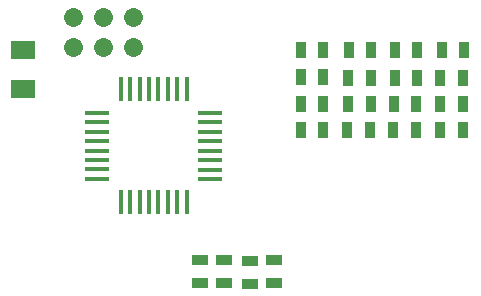
<source format=gts>
G04 ( created by brdgerber.py ( brdgerber.py v0.1 2014-03-12 ) ) date 2015-06-11 19:44:34 EDT*
G04 Gerber Fmt 3.4, Leading zero omitted, Abs format*
%MOIN*%
%FSLAX34Y34*%
G01*
G70*
G90*
G04 APERTURE LIST*
%ADD14R,0.0550X0.0350*%
%ADD13R,0.0787X0.0177*%
%ADD16R,0.3000X0.3000*%
%ADD11R,0.0350X0.0550*%
%ADD10C,0.0640*%
%ADD17R,0.0800X0.0600*%
%ADD15R,0.2000X0.2000*%
%ADD12R,0.0177X0.0787*%
G04 APERTURE END LIST*
G54D14*
D10*
G01X22700Y-03900D02*
G01X22700Y-03900D01*
D10*
G01X22700Y-02900D02*
G01X22700Y-02900D01*
D10*
G01X21700Y-02900D02*
G01X21700Y-02900D01*
D10*
G01X21700Y-03900D02*
G01X21700Y-03900D01*
D10*
G01X23700Y-03900D02*
G01X23700Y-03900D01*
D10*
G01X23700Y-02900D02*
G01X23700Y-02900D01*
D11*
X30875Y-04950D03*
D11*
X31625Y-04950D03*
D12*
X25493Y-09096D03*
D12*
X25178Y-09096D03*
D12*
X24863Y-09096D03*
D12*
X24548Y-09096D03*
D12*
X24233Y-09096D03*
D12*
X23918Y-09096D03*
D12*
X23603Y-09096D03*
D12*
X23288Y-09096D03*
D12*
X23290Y-05330D03*
D12*
X25500Y-05330D03*
D12*
X25180Y-05330D03*
D12*
X24860Y-05330D03*
D12*
X24550Y-05330D03*
D12*
X24230Y-05330D03*
D12*
X23920Y-05330D03*
D12*
X23600Y-05330D03*
D13*
X22500Y-08312D03*
D13*
X22500Y-07998D03*
D13*
X22500Y-07682D03*
D13*
X22500Y-07368D03*
D13*
X22500Y-07052D03*
D13*
X22500Y-06738D03*
D13*
X22500Y-06422D03*
D13*
X22500Y-06108D03*
D13*
X26280Y-08310D03*
D13*
X26280Y-08000D03*
D13*
X26280Y-07680D03*
D13*
X26280Y-07370D03*
D13*
X26280Y-07060D03*
D13*
X26280Y-06740D03*
D13*
X26280Y-06420D03*
D13*
X26280Y-06100D03*
D11*
X30900Y-04000D03*
D11*
X31650Y-04000D03*
D11*
X32375Y-06675D03*
D11*
X33125Y-06675D03*
D11*
X29300Y-06675D03*
D11*
X30050Y-06675D03*
D11*
X29300Y-04000D03*
D11*
X30050Y-04000D03*
D11*
X32400Y-05800D03*
D11*
X33150Y-05800D03*
D11*
X32425Y-04950D03*
D11*
X33175Y-04950D03*
D11*
X32425Y-04000D03*
D11*
X33175Y-04000D03*
D11*
X33950Y-06675D03*
D11*
X34700Y-06675D03*
D14*
X26745Y-11020D03*
D14*
X26745Y-11770D03*
D14*
X25925Y-11025D03*
D14*
X25925Y-11775D03*
D11*
X33950Y-05800D03*
D11*
X34700Y-05800D03*
D11*
X33950Y-04950D03*
D11*
X34700Y-04950D03*
D11*
X34000Y-04025D03*
D11*
X34750Y-04025D03*
D11*
X30850Y-06675D03*
D11*
X31600Y-06675D03*
D11*
X30875Y-05800D03*
D11*
X31625Y-05800D03*
D11*
X29300Y-04925D03*
D11*
X30050Y-04925D03*
D11*
X29300Y-05800D03*
D11*
X30050Y-05800D03*
D14*
X28400Y-11025D03*
D14*
X28400Y-11775D03*
D14*
X27595Y-11055D03*
D14*
X27595Y-11805D03*
D17*
X20050Y-04000D03*
D17*
X20050Y-05300D03*
M02*

</source>
